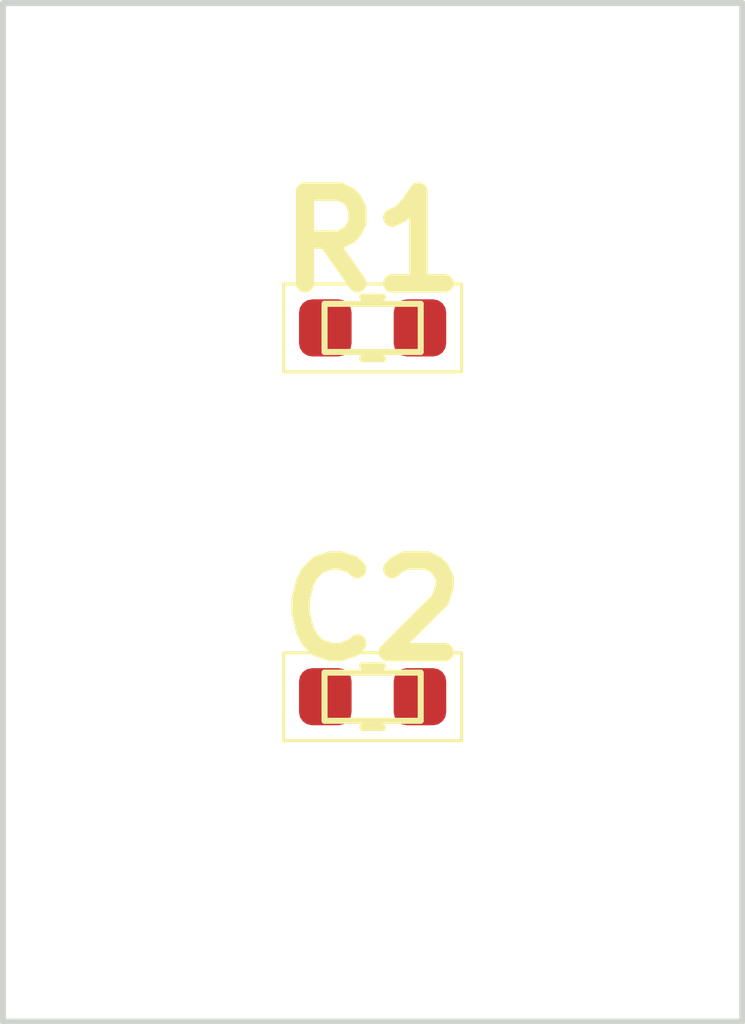
<source format=kicad_pcb>
(kicad_pcb
 (version 5)
 (host pcbnew 4.0.2-stable)
 (general
  (links 469)
  (no_connects 0)
  (area 0 0 12.299476615000247 16.92921492250037)
  (thickness 1.6002)
  (drawings 311)
  (tracks 3484)
  (zones 0)
  (modules 338)
  (nets 131))
 (page A3)
 (title_block
  (title GH60)
  (date "20 jan 2014")
  (rev B)
  (company "geekhack GH60 design team"))
 (layers
  (0 F.Cu signal)
  (31 B.Cu signal)
  (32 B.Adhes user)
  (33 F.Adhes user)
  (34 B.Paste user)
  (35 F.Paste user)
  (36 B.SilkS user)
  (37 F.SilkS user)
  (38 B.Mask user)
  (39 F.Mask user)
  (40 Dwgs.User user)
  (41 Cmts.User user)
  (42 Eco1.User user)
  (43 Eco2.User user)
  (44 Edge.Cuts user)
  (48 B.Fab user)
  (49 F.Fab user))
 (setup
  (last_trace_width 0.4064)
  (user_trace_width 0.254)
  (user_trace_width 0.4064)
  (user_trace_width 0.889)
  (trace_clearance 0.127)
  (zone_clearance 0.307299)
  (zone_45_only yes)
  (trace_min 0.127)
  (segment_width 2)
  (edge_width 0.0991)
  (via_size 1)
  (via_drill 0.4)
  (via_min_size 1)
  (via_min_drill 0.4)
  (uvia_size 0.508)
  (uvia_drill 0.127)
  (uvias_allowed no)
  (uvia_min_size 0.508)
  (uvia_min_drill 0.127)
  (pcb_text_width 0.3048)
  (pcb_text_size 1.524 2.032)
  (mod_edge_width 0.3)
  (mod_text_size 1.524 1.524)
  (mod_text_width 0.3048)
  (pad_size 0.9 0.9)
  (pad_drill 0.9)
  (pad_to_mask_clearance 0.1016)
  (pad_to_paste_clearance -0.02)
  (aux_axis_origin 62.29 64.62)
  (visible_elements FFFFFFFF)
  (pcbplotparams
   (layerselection 0x012a0_00000000)
   (usegerberextensions false)
   (excludeedgelayer true)
   (linewidth 0.15)
   (plotframeref false)
   (viasonmask false)
   (mode 1)
   (useauxorigin false)
   (hpglpennumber 1)
   (hpglpenspeed 20)
   (hpglpendiameter 15)
   (hpglpenoverlay 0)
   (psnegative false)
   (psa4output false)
   (plotreference true)
   (plotvalue false)
   (plotinvisibletext false)
   (padsonsilk false)
   (subtractmaskfromsilk false)
   (outputformat 4)
   (mirror false)
   (drillshape 0)
   (scaleselection 1)
   (outputdirectory gerber/)))
 (net 1 "1")
 (module "R1" (layer F.Cu)
   (tedit 0)
   (tstamp 0)
   (at 6.149738307500123 5.399738307500123 0)
   (path placeholder)
   (fp_text
    reference
    "R1"
    (at 0 -1.43 0)
    (layer F.SilkS)
    (effects (font (size 1.524 1.524) (thickness 0.3048))))
   (fp_line (start -0.8 0.4) (end -0.8 -0.4) (layer F.SilkS) (width 0.1))
   (fp_line (start -0.8 -0.4) (end 0.8 -0.4) (layer F.SilkS) (width 0.1))
   (fp_line (start 0.8 -0.4) (end 0.8 0.4) (layer F.SilkS) (width 0.1))
   (fp_line (start 0.8 0.4) (end -0.8 0.4) (layer F.SilkS) (width 0.1))
   (fp_line
    (start -0.162779 -0.51)
    (end 0.162779 -0.51)
    (layer F.SilkS)
    (width 0.12))
   (fp_line
    (start -0.162779 0.51)
    (end 0.162779 0.51)
    (layer F.SilkS)
    (width 0.12))
   (fp_line (start -1.48 0.73) (end -1.48 -0.73) (layer F.SilkS) (width 0.05))
   (fp_line (start -1.48 -0.73) (end 1.48 -0.73) (layer F.SilkS) (width 0.05))
   (fp_line (start 1.48 -0.73) (end 1.48 0.73) (layer F.SilkS) (width 0.05))
   (fp_line (start 1.48 0.73) (end -1.48 0.73) (layer F.SilkS) (width 0.05))
   (pad
    1
    smd
    roundrect
    (at -0.7875 0 0)
    (size 0.875 0.95)
    (layers F.Cu F.Paste F.Mask))
   (pad
    2
    smd
    roundrect
    (at 0.7875 0 0)
    (size 0.875 0.95)
    (layers F.Cu F.Paste F.Mask)
    (net 1 "1"))
   (fp_text
    user
    "left/1"
    (at -0.7875 0 90)
    (layer Eco1.User)
    (effects (font (size 0.2 0.2) (thickness 0.05))))
   (fp_text
    user
    "right/2"
    (at 0.7875 0 90)
    (layer Eco1.User)
    (effects (font (size 0.2 0.2) (thickness 0.05)))))
 (module "C2" (layer F.Cu)
   (tedit 0)
   (tstamp 0)
   (at 6.149738307500123 11.529476615000247 0)
   (path placeholder)
   (fp_text
    reference
    "C2"
    (at 0 -1.43 0)
    (layer F.SilkS)
    (effects (font (size 1.524 1.524) (thickness 0.3048))))
   (fp_line (start -0.8 0.4) (end -0.8 -0.4) (layer F.SilkS) (width 0.1))
   (fp_line (start -0.8 -0.4) (end 0.8 -0.4) (layer F.SilkS) (width 0.1))
   (fp_line (start 0.8 -0.4) (end 0.8 0.4) (layer F.SilkS) (width 0.1))
   (fp_line (start 0.8 0.4) (end -0.8 0.4) (layer F.SilkS) (width 0.1))
   (fp_line
    (start -0.162779 -0.51)
    (end 0.162779 -0.51)
    (layer F.SilkS)
    (width 0.12))
   (fp_line
    (start -0.162779 0.51)
    (end 0.162779 0.51)
    (layer F.SilkS)
    (width 0.12))
   (fp_line (start -1.48 0.73) (end -1.48 -0.73) (layer F.SilkS) (width 0.05))
   (fp_line (start -1.48 -0.73) (end 1.48 -0.73) (layer F.SilkS) (width 0.05))
   (fp_line (start 1.48 -0.73) (end 1.48 0.73) (layer F.SilkS) (width 0.05))
   (fp_line (start 1.48 0.73) (end -1.48 0.73) (layer F.SilkS) (width 0.05))
   (pad
    1
    smd
    roundrect
    (at -0.7875 0 0)
    (size 0.875 0.95)
    (layers F.Cu F.Paste F.Mask)
    (net 1 "1"))
   (pad
    2
    smd
    roundrect
    (at 0.7875 0 0)
    (size 0.875 0.95)
    (layers F.Cu F.Paste F.Mask)
    (net 1 "1"))
   (fp_text
    user
    "left/1"
    (at -0.7875 0 90)
    (layer Eco1.User)
    (effects (font (size 0.2 0.2) (thickness 0.05))))
   (fp_text
    user
    "right/2"
    (at 0.7875 0 90)
    (layer Eco1.User)
    (effects (font (size 0.2 0.2) (thickness 0.05)))))
 (gr_line (start 0 0) (end 12.299476615000247 0) (layer Edge.Cuts) (width 0.1))
 (gr_line
  (start 12.299476615000247 0)
  (end 12.299476615000247 16.92921492250037)
  (layer Edge.Cuts)
  (width 0.1))
 (gr_line
  (start 12.299476615000247 16.92921492250037)
  (end 0 16.92921492250037)
  (layer Edge.Cuts)
  (width 0.1))
 (gr_line (start 0 16.92921492250037) (end 0 0) (layer Edge.Cuts) (width 0.1)))

</source>
